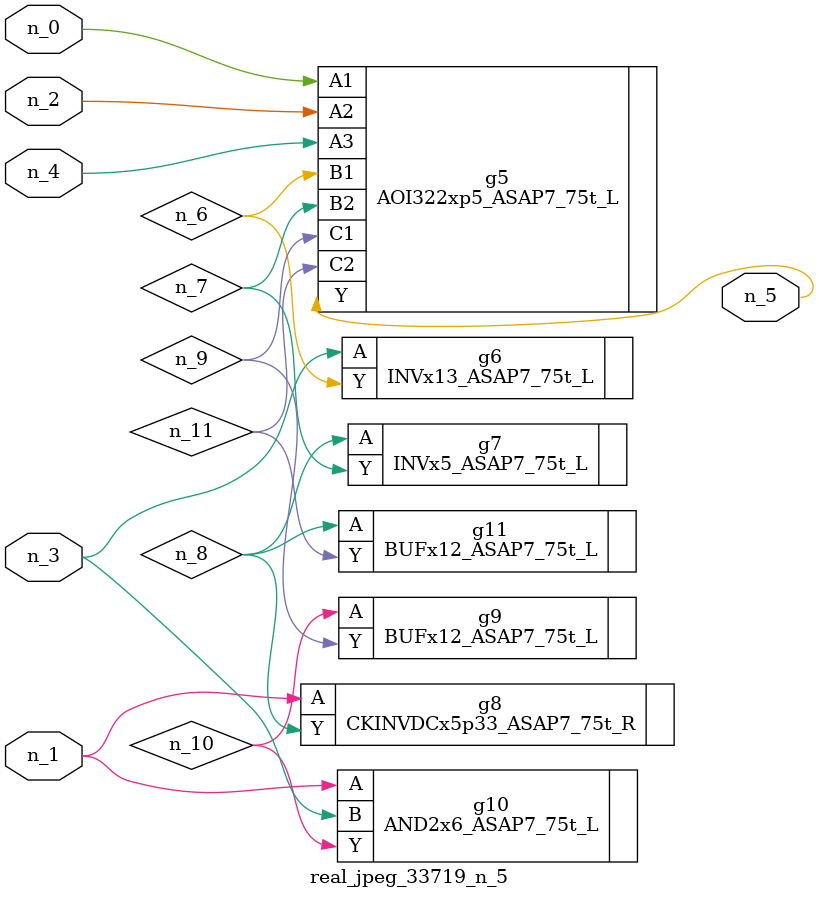
<source format=v>
module real_jpeg_33719_n_5 (n_4, n_0, n_1, n_2, n_3, n_5);

input n_4;
input n_0;
input n_1;
input n_2;
input n_3;

output n_5;

wire n_8;
wire n_11;
wire n_6;
wire n_7;
wire n_10;
wire n_9;

AOI322xp5_ASAP7_75t_L g5 ( 
.A1(n_0),
.A2(n_2),
.A3(n_4),
.B1(n_6),
.B2(n_7),
.C1(n_9),
.C2(n_11),
.Y(n_5)
);

CKINVDCx5p33_ASAP7_75t_R g8 ( 
.A(n_1),
.Y(n_8)
);

AND2x6_ASAP7_75t_L g10 ( 
.A(n_1),
.B(n_3),
.Y(n_10)
);

INVx13_ASAP7_75t_L g6 ( 
.A(n_3),
.Y(n_6)
);

INVx5_ASAP7_75t_L g7 ( 
.A(n_8),
.Y(n_7)
);

BUFx12_ASAP7_75t_L g11 ( 
.A(n_8),
.Y(n_11)
);

BUFx12_ASAP7_75t_L g9 ( 
.A(n_10),
.Y(n_9)
);


endmodule
</source>
